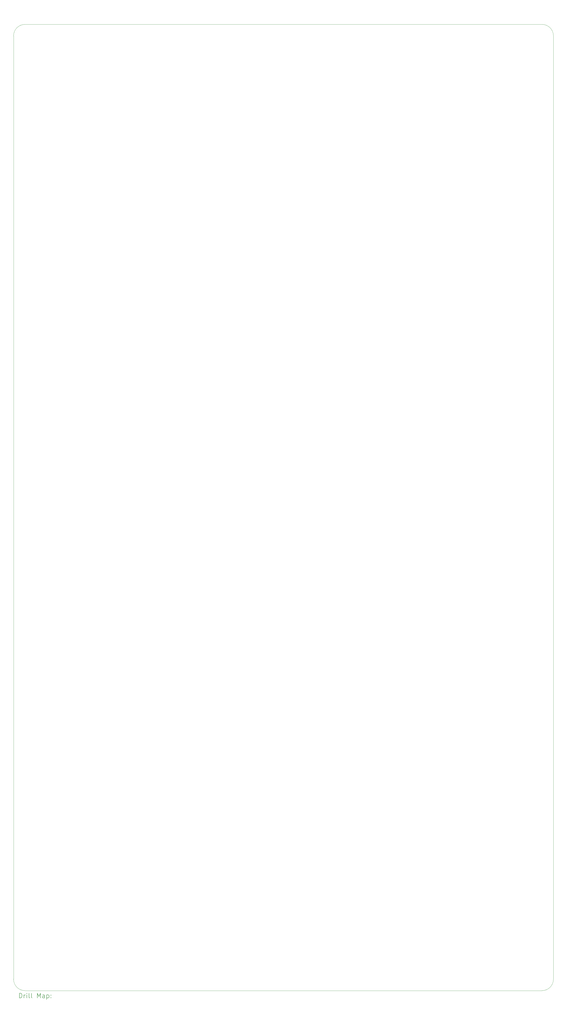
<source format=gbr>
%TF.GenerationSoftware,KiCad,Pcbnew,(6.0.11)*%
%TF.CreationDate,2024-10-28T17:35:08-05:00*%
%TF.ProjectId,backplane.20-slot,6261636b-706c-4616-9e65-2e32302d736c,V1.0*%
%TF.SameCoordinates,Original*%
%TF.FileFunction,Drillmap*%
%TF.FilePolarity,Positive*%
%FSLAX45Y45*%
G04 Gerber Fmt 4.5, Leading zero omitted, Abs format (unit mm)*
G04 Created by KiCad (PCBNEW (6.0.11)) date 2024-10-28 17:35:08*
%MOMM*%
%LPD*%
G01*
G04 APERTURE LIST*
%ADD10C,0.050000*%
%ADD11C,0.200000*%
G04 APERTURE END LIST*
D10*
X6096900Y-43958640D02*
X28596900Y-43958640D01*
X29096900Y-43458640D02*
X29096900Y-2458640D01*
X28596900Y-1958640D02*
X6096900Y-1958640D01*
X5596900Y-2458640D02*
X5596900Y-43458640D01*
X28596900Y-43958640D02*
G75*
G03*
X29096900Y-43458640I0J500000D01*
G01*
X29096900Y-2458640D02*
G75*
G03*
X28596900Y-1958640I-500000J0D01*
G01*
X5596900Y-43458640D02*
G75*
G03*
X6096900Y-43958640I500000J0D01*
G01*
X6096900Y-1958640D02*
G75*
G03*
X5596900Y-2458640I0J-500000D01*
G01*
D11*
X5852019Y-44271616D02*
X5852019Y-44071616D01*
X5899638Y-44071616D01*
X5928209Y-44081140D01*
X5947257Y-44100188D01*
X5956781Y-44119235D01*
X5966305Y-44157330D01*
X5966305Y-44185902D01*
X5956781Y-44223997D01*
X5947257Y-44243045D01*
X5928209Y-44262092D01*
X5899638Y-44271616D01*
X5852019Y-44271616D01*
X6052019Y-44271616D02*
X6052019Y-44138283D01*
X6052019Y-44176378D02*
X6061543Y-44157330D01*
X6071067Y-44147807D01*
X6090114Y-44138283D01*
X6109162Y-44138283D01*
X6175828Y-44271616D02*
X6175828Y-44138283D01*
X6175828Y-44071616D02*
X6166305Y-44081140D01*
X6175828Y-44090664D01*
X6185352Y-44081140D01*
X6175828Y-44071616D01*
X6175828Y-44090664D01*
X6299638Y-44271616D02*
X6280590Y-44262092D01*
X6271067Y-44243045D01*
X6271067Y-44071616D01*
X6404400Y-44271616D02*
X6385352Y-44262092D01*
X6375828Y-44243045D01*
X6375828Y-44071616D01*
X6632971Y-44271616D02*
X6632971Y-44071616D01*
X6699638Y-44214473D01*
X6766305Y-44071616D01*
X6766305Y-44271616D01*
X6947257Y-44271616D02*
X6947257Y-44166854D01*
X6937733Y-44147807D01*
X6918686Y-44138283D01*
X6880590Y-44138283D01*
X6861543Y-44147807D01*
X6947257Y-44262092D02*
X6928209Y-44271616D01*
X6880590Y-44271616D01*
X6861543Y-44262092D01*
X6852019Y-44243045D01*
X6852019Y-44223997D01*
X6861543Y-44204950D01*
X6880590Y-44195426D01*
X6928209Y-44195426D01*
X6947257Y-44185902D01*
X7042495Y-44138283D02*
X7042495Y-44338283D01*
X7042495Y-44147807D02*
X7061543Y-44138283D01*
X7099638Y-44138283D01*
X7118686Y-44147807D01*
X7128209Y-44157330D01*
X7137733Y-44176378D01*
X7137733Y-44233521D01*
X7128209Y-44252569D01*
X7118686Y-44262092D01*
X7099638Y-44271616D01*
X7061543Y-44271616D01*
X7042495Y-44262092D01*
X7223448Y-44252569D02*
X7232971Y-44262092D01*
X7223448Y-44271616D01*
X7213924Y-44262092D01*
X7223448Y-44252569D01*
X7223448Y-44271616D01*
X7223448Y-44147807D02*
X7232971Y-44157330D01*
X7223448Y-44166854D01*
X7213924Y-44157330D01*
X7223448Y-44147807D01*
X7223448Y-44166854D01*
M02*

</source>
